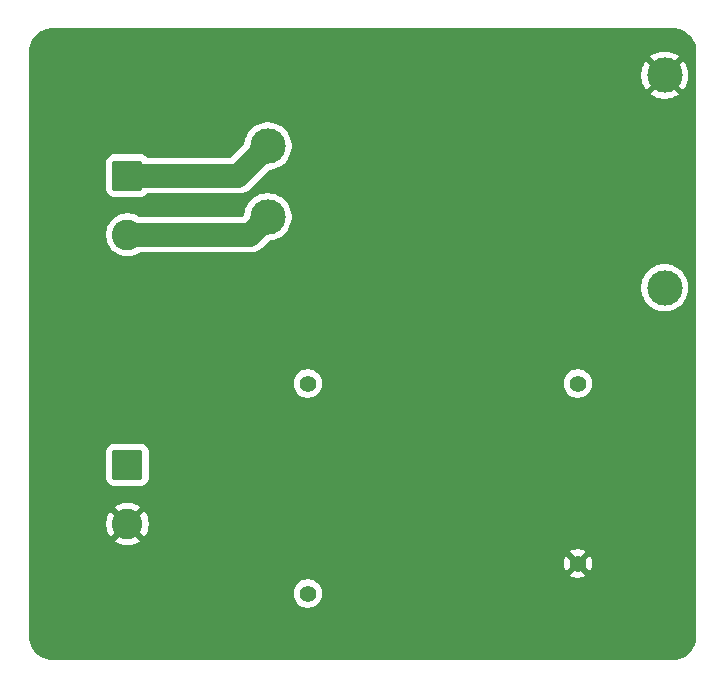
<source format=gbr>
%TF.GenerationSoftware,KiCad,Pcbnew,9.0.0*%
%TF.CreationDate,2025-03-24T13:57:02-05:00*%
%TF.ProjectId,DIIN-proyecto,4449494e-2d70-4726-9f79-6563746f2e6b,rev?*%
%TF.SameCoordinates,Original*%
%TF.FileFunction,Copper,L1,Top*%
%TF.FilePolarity,Positive*%
%FSLAX46Y46*%
G04 Gerber Fmt 4.6, Leading zero omitted, Abs format (unit mm)*
G04 Created by KiCad (PCBNEW 9.0.0) date 2025-03-24 13:57:02*
%MOMM*%
%LPD*%
G01*
G04 APERTURE LIST*
G04 Aperture macros list*
%AMRoundRect*
0 Rectangle with rounded corners*
0 $1 Rounding radius*
0 $2 $3 $4 $5 $6 $7 $8 $9 X,Y pos of 4 corners*
0 Add a 4 corners polygon primitive as box body*
4,1,4,$2,$3,$4,$5,$6,$7,$8,$9,$2,$3,0*
0 Add four circle primitives for the rounded corners*
1,1,$1+$1,$2,$3*
1,1,$1+$1,$4,$5*
1,1,$1+$1,$6,$7*
1,1,$1+$1,$8,$9*
0 Add four rect primitives between the rounded corners*
20,1,$1+$1,$2,$3,$4,$5,0*
20,1,$1+$1,$4,$5,$6,$7,0*
20,1,$1+$1,$6,$7,$8,$9,0*
20,1,$1+$1,$8,$9,$2,$3,0*%
G04 Aperture macros list end*
%TA.AperFunction,ComponentPad*%
%ADD10C,3.000000*%
%TD*%
%TA.AperFunction,ComponentPad*%
%ADD11C,1.400000*%
%TD*%
%TA.AperFunction,ComponentPad*%
%ADD12RoundRect,0.250000X-1.050000X1.050000X-1.050000X-1.050000X1.050000X-1.050000X1.050000X1.050000X0*%
%TD*%
%TA.AperFunction,ComponentPad*%
%ADD13C,2.600000*%
%TD*%
%TA.AperFunction,Conductor*%
%ADD14C,2.000000*%
%TD*%
G04 APERTURE END LIST*
D10*
%TO.P,U2,1,L*%
%TO.N,L*%
X117220000Y-59000000D03*
%TO.P,U2,2,N*%
%TO.N,N*%
X117220000Y-65000000D03*
%TO.P,U2,3,GND*%
%TO.N,GND*%
X150820000Y-53000000D03*
%TO.P,U2,4,+5v*%
%TO.N,COM*%
X150820000Y-71000000D03*
%TD*%
D11*
%TO.P,PS1,1,VAC_IN_(L)*%
%TO.N,N*%
X120590000Y-96890000D03*
%TO.P,PS1,2,-VOUT*%
%TO.N,GND*%
X143450000Y-94350000D03*
%TO.P,PS1,3,+VOUT*%
%TO.N,+3.3V*%
X143450000Y-79110000D03*
%TO.P,PS1,4,VAC_IN_(N)*%
%TO.N,L*%
X120590000Y-79110000D03*
%TD*%
D12*
%TO.P,J4,1,Pin_1*%
%TO.N,L*%
X105327500Y-61500000D03*
D13*
%TO.P,J4,2,Pin_2*%
%TO.N,N*%
X105327500Y-66500000D03*
%TD*%
D12*
%TO.P,J2,1,Pin_1*%
%TO.N,+12V*%
X105327500Y-86000000D03*
D13*
%TO.P,J2,2,Pin_2*%
%TO.N,GND*%
X105327500Y-91000000D03*
%TD*%
D14*
%TO.N,L*%
X114720000Y-61500000D02*
X117220000Y-59000000D01*
X105327500Y-61500000D02*
X114720000Y-61500000D01*
%TO.N,N*%
X115720000Y-66500000D02*
X117220000Y-65000000D01*
X105327500Y-66500000D02*
X115720000Y-66500000D01*
%TD*%
%TA.AperFunction,Conductor*%
%TO.N,GND*%
G36*
X151504043Y-49000765D02*
G01*
X151752895Y-49017075D01*
X151768953Y-49019190D01*
X151976105Y-49060395D01*
X152009535Y-49067045D01*
X152025202Y-49071243D01*
X152194947Y-49128863D01*
X152257481Y-49150091D01*
X152272458Y-49156294D01*
X152481799Y-49259529D01*
X152492460Y-49264787D01*
X152506508Y-49272897D01*
X152710464Y-49409177D01*
X152723328Y-49419048D01*
X152907749Y-49580781D01*
X152919218Y-49592250D01*
X153080951Y-49776671D01*
X153090825Y-49789539D01*
X153227102Y-49993492D01*
X153235212Y-50007539D01*
X153343702Y-50227534D01*
X153349909Y-50242520D01*
X153428756Y-50474797D01*
X153432954Y-50490464D01*
X153480807Y-50731035D01*
X153482925Y-50747116D01*
X153499235Y-50995956D01*
X153499500Y-51004066D01*
X153499500Y-100495933D01*
X153499235Y-100504043D01*
X153482925Y-100752883D01*
X153480807Y-100768964D01*
X153432954Y-101009535D01*
X153428756Y-101025202D01*
X153349909Y-101257479D01*
X153343702Y-101272465D01*
X153235212Y-101492460D01*
X153227102Y-101506507D01*
X153090825Y-101710460D01*
X153080951Y-101723328D01*
X152919218Y-101907749D01*
X152907749Y-101919218D01*
X152723328Y-102080951D01*
X152710460Y-102090825D01*
X152506507Y-102227102D01*
X152492460Y-102235212D01*
X152272465Y-102343702D01*
X152257479Y-102349909D01*
X152025202Y-102428756D01*
X152009535Y-102432954D01*
X151768964Y-102480807D01*
X151752883Y-102482925D01*
X151504043Y-102499235D01*
X151495933Y-102499500D01*
X99004067Y-102499500D01*
X98995957Y-102499235D01*
X98747116Y-102482925D01*
X98731035Y-102480807D01*
X98490464Y-102432954D01*
X98474797Y-102428756D01*
X98242520Y-102349909D01*
X98227534Y-102343702D01*
X98007539Y-102235212D01*
X97993492Y-102227102D01*
X97789539Y-102090825D01*
X97776671Y-102080951D01*
X97592250Y-101919218D01*
X97580781Y-101907749D01*
X97419048Y-101723328D01*
X97409174Y-101710460D01*
X97272897Y-101506507D01*
X97264787Y-101492460D01*
X97158855Y-101277652D01*
X97156294Y-101272458D01*
X97150090Y-101257479D01*
X97071243Y-101025202D01*
X97067045Y-101009535D01*
X97059186Y-100970026D01*
X97019190Y-100768953D01*
X97017075Y-100752895D01*
X97000765Y-100504043D01*
X97000500Y-100495933D01*
X97000500Y-96795513D01*
X119389500Y-96795513D01*
X119389500Y-96984486D01*
X119419059Y-97171118D01*
X119477454Y-97350836D01*
X119563240Y-97519199D01*
X119674310Y-97672073D01*
X119807927Y-97805690D01*
X119960801Y-97916760D01*
X120040347Y-97957290D01*
X120129163Y-98002545D01*
X120129165Y-98002545D01*
X120129168Y-98002547D01*
X120225497Y-98033846D01*
X120308881Y-98060940D01*
X120495514Y-98090500D01*
X120495519Y-98090500D01*
X120684486Y-98090500D01*
X120871118Y-98060940D01*
X121050832Y-98002547D01*
X121219199Y-97916760D01*
X121372073Y-97805690D01*
X121505690Y-97672073D01*
X121616760Y-97519199D01*
X121702547Y-97350832D01*
X121760940Y-97171118D01*
X121790500Y-96984486D01*
X121790500Y-96795513D01*
X121760940Y-96608881D01*
X121702545Y-96429163D01*
X121616759Y-96260800D01*
X121505690Y-96107927D01*
X121372073Y-95974310D01*
X121219199Y-95863240D01*
X121050836Y-95777454D01*
X120871118Y-95719059D01*
X120684486Y-95689500D01*
X120684481Y-95689500D01*
X120495519Y-95689500D01*
X120495514Y-95689500D01*
X120308881Y-95719059D01*
X120129163Y-95777454D01*
X119960800Y-95863240D01*
X119873579Y-95926610D01*
X119807927Y-95974310D01*
X119807925Y-95974312D01*
X119807924Y-95974312D01*
X119674312Y-96107924D01*
X119674312Y-96107925D01*
X119674310Y-96107927D01*
X119626610Y-96173579D01*
X119563240Y-96260800D01*
X119477454Y-96429163D01*
X119419059Y-96608881D01*
X119389500Y-96795513D01*
X97000500Y-96795513D01*
X97000500Y-94255552D01*
X142250000Y-94255552D01*
X142250000Y-94444447D01*
X142279548Y-94631002D01*
X142337914Y-94810637D01*
X142423666Y-94978933D01*
X142442116Y-95004328D01*
X143007861Y-94438584D01*
X143030667Y-94523694D01*
X143089910Y-94626306D01*
X143173694Y-94710090D01*
X143276306Y-94769333D01*
X143361415Y-94792138D01*
X142795669Y-95357882D01*
X142795670Y-95357883D01*
X142821059Y-95376329D01*
X142989362Y-95462085D01*
X143168997Y-95520451D01*
X143355553Y-95550000D01*
X143544447Y-95550000D01*
X143731002Y-95520451D01*
X143910637Y-95462085D01*
X144078937Y-95376331D01*
X144104328Y-95357883D01*
X144104328Y-95357882D01*
X143538584Y-94792138D01*
X143623694Y-94769333D01*
X143726306Y-94710090D01*
X143810090Y-94626306D01*
X143869333Y-94523694D01*
X143892138Y-94438584D01*
X144457882Y-95004328D01*
X144457883Y-95004328D01*
X144476331Y-94978937D01*
X144562085Y-94810637D01*
X144620451Y-94631002D01*
X144650000Y-94444447D01*
X144650000Y-94255552D01*
X144620451Y-94068997D01*
X144562085Y-93889362D01*
X144476329Y-93721059D01*
X144457883Y-93695670D01*
X144457882Y-93695669D01*
X143892137Y-94261414D01*
X143869333Y-94176306D01*
X143810090Y-94073694D01*
X143726306Y-93989910D01*
X143623694Y-93930667D01*
X143538584Y-93907861D01*
X144104328Y-93342116D01*
X144078933Y-93323666D01*
X143910637Y-93237914D01*
X143731002Y-93179548D01*
X143544447Y-93150000D01*
X143355553Y-93150000D01*
X143168997Y-93179548D01*
X142989362Y-93237914D01*
X142821060Y-93323669D01*
X142795670Y-93342116D01*
X142795669Y-93342116D01*
X143361415Y-93907861D01*
X143276306Y-93930667D01*
X143173694Y-93989910D01*
X143089910Y-94073694D01*
X143030667Y-94176306D01*
X143007861Y-94261414D01*
X142442116Y-93695669D01*
X142442116Y-93695670D01*
X142423669Y-93721060D01*
X142337914Y-93889362D01*
X142279548Y-94068997D01*
X142250000Y-94255552D01*
X97000500Y-94255552D01*
X97000500Y-90882014D01*
X103527500Y-90882014D01*
X103527500Y-91117985D01*
X103558299Y-91351914D01*
X103619370Y-91579837D01*
X103709660Y-91797819D01*
X103709665Y-91797828D01*
X103827644Y-92002171D01*
X103827645Y-92002172D01*
X103890221Y-92083723D01*
X104726458Y-91247487D01*
X104751478Y-91307890D01*
X104822612Y-91414351D01*
X104913149Y-91504888D01*
X105019610Y-91576022D01*
X105080011Y-91601041D01*
X104243775Y-92437277D01*
X104325327Y-92499854D01*
X104325328Y-92499855D01*
X104529671Y-92617834D01*
X104529680Y-92617839D01*
X104747663Y-92708129D01*
X104747661Y-92708129D01*
X104975585Y-92769200D01*
X105209514Y-92799999D01*
X105209529Y-92800000D01*
X105445471Y-92800000D01*
X105445485Y-92799999D01*
X105679414Y-92769200D01*
X105907337Y-92708129D01*
X106125319Y-92617839D01*
X106125328Y-92617834D01*
X106329681Y-92499850D01*
X106411223Y-92437279D01*
X106411223Y-92437276D01*
X105574987Y-91601041D01*
X105635390Y-91576022D01*
X105741851Y-91504888D01*
X105832388Y-91414351D01*
X105903522Y-91307890D01*
X105928541Y-91247488D01*
X106764776Y-92083723D01*
X106764779Y-92083723D01*
X106827350Y-92002181D01*
X106945334Y-91797828D01*
X106945339Y-91797819D01*
X107035629Y-91579837D01*
X107096700Y-91351914D01*
X107127499Y-91117985D01*
X107127500Y-91117971D01*
X107127500Y-90882028D01*
X107127499Y-90882014D01*
X107096700Y-90648085D01*
X107035629Y-90420162D01*
X106945339Y-90202180D01*
X106945334Y-90202171D01*
X106827355Y-89997828D01*
X106827354Y-89997827D01*
X106764777Y-89916275D01*
X105928541Y-90752511D01*
X105903522Y-90692110D01*
X105832388Y-90585649D01*
X105741851Y-90495112D01*
X105635390Y-90423978D01*
X105574988Y-90398958D01*
X106411223Y-89562721D01*
X106329672Y-89500145D01*
X106329671Y-89500144D01*
X106125328Y-89382165D01*
X106125319Y-89382160D01*
X105907336Y-89291870D01*
X105907338Y-89291870D01*
X105679414Y-89230799D01*
X105445485Y-89200000D01*
X105209514Y-89200000D01*
X104975585Y-89230799D01*
X104747662Y-89291870D01*
X104529680Y-89382160D01*
X104529671Y-89382165D01*
X104325328Y-89500144D01*
X104325318Y-89500150D01*
X104243775Y-89562720D01*
X104243775Y-89562721D01*
X105080012Y-90398958D01*
X105019610Y-90423978D01*
X104913149Y-90495112D01*
X104822612Y-90585649D01*
X104751478Y-90692110D01*
X104726458Y-90752511D01*
X103890221Y-89916275D01*
X103890220Y-89916275D01*
X103827650Y-89997818D01*
X103827644Y-89997828D01*
X103709665Y-90202171D01*
X103709660Y-90202180D01*
X103619370Y-90420162D01*
X103558299Y-90648085D01*
X103527500Y-90882014D01*
X97000500Y-90882014D01*
X97000500Y-84899983D01*
X103527000Y-84899983D01*
X103527000Y-87100001D01*
X103527001Y-87100018D01*
X103537500Y-87202796D01*
X103537501Y-87202799D01*
X103592685Y-87369331D01*
X103592686Y-87369334D01*
X103684788Y-87518656D01*
X103808844Y-87642712D01*
X103958166Y-87734814D01*
X104124703Y-87789999D01*
X104227491Y-87800500D01*
X106427508Y-87800499D01*
X106530297Y-87789999D01*
X106696834Y-87734814D01*
X106846156Y-87642712D01*
X106970212Y-87518656D01*
X107062314Y-87369334D01*
X107117499Y-87202797D01*
X107128000Y-87100009D01*
X107127999Y-84899992D01*
X107117499Y-84797203D01*
X107062314Y-84630666D01*
X106970212Y-84481344D01*
X106846156Y-84357288D01*
X106696834Y-84265186D01*
X106530297Y-84210001D01*
X106530295Y-84210000D01*
X106427510Y-84199500D01*
X104227498Y-84199500D01*
X104227481Y-84199501D01*
X104124703Y-84210000D01*
X104124700Y-84210001D01*
X103958168Y-84265185D01*
X103958163Y-84265187D01*
X103808842Y-84357289D01*
X103684789Y-84481342D01*
X103592687Y-84630663D01*
X103592686Y-84630666D01*
X103537501Y-84797203D01*
X103537501Y-84797204D01*
X103537500Y-84797204D01*
X103527000Y-84899983D01*
X97000500Y-84899983D01*
X97000500Y-79015513D01*
X119389500Y-79015513D01*
X119389500Y-79204486D01*
X119419059Y-79391118D01*
X119477454Y-79570836D01*
X119563240Y-79739199D01*
X119674310Y-79892073D01*
X119807927Y-80025690D01*
X119960801Y-80136760D01*
X120040347Y-80177290D01*
X120129163Y-80222545D01*
X120129165Y-80222545D01*
X120129168Y-80222547D01*
X120225497Y-80253846D01*
X120308881Y-80280940D01*
X120495514Y-80310500D01*
X120495519Y-80310500D01*
X120684486Y-80310500D01*
X120871118Y-80280940D01*
X121050832Y-80222547D01*
X121219199Y-80136760D01*
X121372073Y-80025690D01*
X121505690Y-79892073D01*
X121616760Y-79739199D01*
X121702547Y-79570832D01*
X121760940Y-79391118D01*
X121790500Y-79204486D01*
X121790500Y-79015513D01*
X142249500Y-79015513D01*
X142249500Y-79204486D01*
X142279059Y-79391118D01*
X142337454Y-79570836D01*
X142423240Y-79739199D01*
X142534310Y-79892073D01*
X142667927Y-80025690D01*
X142820801Y-80136760D01*
X142900347Y-80177290D01*
X142989163Y-80222545D01*
X142989165Y-80222545D01*
X142989168Y-80222547D01*
X143085497Y-80253846D01*
X143168881Y-80280940D01*
X143355514Y-80310500D01*
X143355519Y-80310500D01*
X143544486Y-80310500D01*
X143731118Y-80280940D01*
X143910832Y-80222547D01*
X144079199Y-80136760D01*
X144232073Y-80025690D01*
X144365690Y-79892073D01*
X144476760Y-79739199D01*
X144562547Y-79570832D01*
X144620940Y-79391118D01*
X144650500Y-79204486D01*
X144650500Y-79015513D01*
X144620940Y-78828881D01*
X144562545Y-78649163D01*
X144476759Y-78480800D01*
X144365690Y-78327927D01*
X144232073Y-78194310D01*
X144079199Y-78083240D01*
X143910836Y-77997454D01*
X143731118Y-77939059D01*
X143544486Y-77909500D01*
X143544481Y-77909500D01*
X143355519Y-77909500D01*
X143355514Y-77909500D01*
X143168881Y-77939059D01*
X142989163Y-77997454D01*
X142820800Y-78083240D01*
X142733579Y-78146610D01*
X142667927Y-78194310D01*
X142667925Y-78194312D01*
X142667924Y-78194312D01*
X142534312Y-78327924D01*
X142534312Y-78327925D01*
X142534310Y-78327927D01*
X142486610Y-78393579D01*
X142423240Y-78480800D01*
X142337454Y-78649163D01*
X142279059Y-78828881D01*
X142249500Y-79015513D01*
X121790500Y-79015513D01*
X121760940Y-78828881D01*
X121702545Y-78649163D01*
X121616759Y-78480800D01*
X121505690Y-78327927D01*
X121372073Y-78194310D01*
X121219199Y-78083240D01*
X121050836Y-77997454D01*
X120871118Y-77939059D01*
X120684486Y-77909500D01*
X120684481Y-77909500D01*
X120495519Y-77909500D01*
X120495514Y-77909500D01*
X120308881Y-77939059D01*
X120129163Y-77997454D01*
X119960800Y-78083240D01*
X119873579Y-78146610D01*
X119807927Y-78194310D01*
X119807925Y-78194312D01*
X119807924Y-78194312D01*
X119674312Y-78327924D01*
X119674312Y-78327925D01*
X119674310Y-78327927D01*
X119626610Y-78393579D01*
X119563240Y-78480800D01*
X119477454Y-78649163D01*
X119419059Y-78828881D01*
X119389500Y-79015513D01*
X97000500Y-79015513D01*
X97000500Y-70868872D01*
X148819500Y-70868872D01*
X148819500Y-71131127D01*
X148846123Y-71333339D01*
X148853730Y-71391116D01*
X148921602Y-71644418D01*
X148921605Y-71644428D01*
X149021953Y-71886690D01*
X149021958Y-71886700D01*
X149153075Y-72113803D01*
X149312718Y-72321851D01*
X149312726Y-72321860D01*
X149498140Y-72507274D01*
X149498148Y-72507281D01*
X149706196Y-72666924D01*
X149933299Y-72798041D01*
X149933309Y-72798046D01*
X150175571Y-72898394D01*
X150175581Y-72898398D01*
X150428884Y-72966270D01*
X150688880Y-73000500D01*
X150688887Y-73000500D01*
X150951113Y-73000500D01*
X150951120Y-73000500D01*
X151211116Y-72966270D01*
X151464419Y-72898398D01*
X151706697Y-72798043D01*
X151933803Y-72666924D01*
X152141851Y-72507282D01*
X152141855Y-72507277D01*
X152141860Y-72507274D01*
X152327274Y-72321860D01*
X152327277Y-72321855D01*
X152327282Y-72321851D01*
X152486924Y-72113803D01*
X152618043Y-71886697D01*
X152718398Y-71644419D01*
X152786270Y-71391116D01*
X152820500Y-71131120D01*
X152820500Y-70868880D01*
X152786270Y-70608884D01*
X152718398Y-70355581D01*
X152718394Y-70355571D01*
X152618046Y-70113309D01*
X152618041Y-70113299D01*
X152486924Y-69886196D01*
X152327281Y-69678148D01*
X152327274Y-69678140D01*
X152141860Y-69492726D01*
X152141851Y-69492718D01*
X151933803Y-69333075D01*
X151706700Y-69201958D01*
X151706690Y-69201953D01*
X151464428Y-69101605D01*
X151464421Y-69101603D01*
X151464419Y-69101602D01*
X151211116Y-69033730D01*
X151153339Y-69026123D01*
X150951127Y-68999500D01*
X150951120Y-68999500D01*
X150688880Y-68999500D01*
X150688872Y-68999500D01*
X150457772Y-69029926D01*
X150428884Y-69033730D01*
X150175581Y-69101602D01*
X150175571Y-69101605D01*
X149933309Y-69201953D01*
X149933299Y-69201958D01*
X149706196Y-69333075D01*
X149498148Y-69492718D01*
X149312718Y-69678148D01*
X149153075Y-69886196D01*
X149021958Y-70113299D01*
X149021953Y-70113309D01*
X148921605Y-70355571D01*
X148921602Y-70355581D01*
X148853730Y-70608885D01*
X148819500Y-70868872D01*
X97000500Y-70868872D01*
X97000500Y-66381995D01*
X103527000Y-66381995D01*
X103527000Y-66618004D01*
X103527001Y-66618020D01*
X103557806Y-66852010D01*
X103618894Y-67079993D01*
X103709214Y-67298045D01*
X103709219Y-67298056D01*
X103780177Y-67420957D01*
X103827227Y-67502450D01*
X103827229Y-67502453D01*
X103827230Y-67502454D01*
X103970906Y-67689697D01*
X103970912Y-67689704D01*
X104137795Y-67856587D01*
X104137801Y-67856592D01*
X104325050Y-68000273D01*
X104456418Y-68076118D01*
X104529443Y-68118280D01*
X104529448Y-68118282D01*
X104529451Y-68118284D01*
X104747507Y-68208606D01*
X104975486Y-68269693D01*
X105209489Y-68300500D01*
X105209496Y-68300500D01*
X105445504Y-68300500D01*
X105445511Y-68300500D01*
X105679514Y-68269693D01*
X105907493Y-68208606D01*
X106125549Y-68118284D01*
X106125556Y-68118280D01*
X106300783Y-68017113D01*
X106362783Y-68000500D01*
X115838097Y-68000500D01*
X116071368Y-67963553D01*
X116295992Y-67890568D01*
X116506434Y-67783343D01*
X116697510Y-67644517D01*
X117310310Y-67031716D01*
X117371631Y-66998233D01*
X117381793Y-66996461D01*
X117611116Y-66966270D01*
X117864419Y-66898398D01*
X118106697Y-66798043D01*
X118333803Y-66666924D01*
X118541851Y-66507282D01*
X118541855Y-66507277D01*
X118541860Y-66507274D01*
X118727274Y-66321860D01*
X118727277Y-66321855D01*
X118727282Y-66321851D01*
X118886924Y-66113803D01*
X119018043Y-65886697D01*
X119118398Y-65644419D01*
X119186270Y-65391116D01*
X119220500Y-65131120D01*
X119220500Y-64868880D01*
X119186270Y-64608884D01*
X119118398Y-64355581D01*
X119118394Y-64355571D01*
X119018046Y-64113309D01*
X119018041Y-64113299D01*
X118886924Y-63886196D01*
X118727281Y-63678148D01*
X118727274Y-63678140D01*
X118541860Y-63492726D01*
X118541851Y-63492718D01*
X118333803Y-63333075D01*
X118106700Y-63201958D01*
X118106690Y-63201953D01*
X117864428Y-63101605D01*
X117864421Y-63101603D01*
X117864419Y-63101602D01*
X117611116Y-63033730D01*
X117553339Y-63026123D01*
X117351127Y-62999500D01*
X117351120Y-62999500D01*
X117088880Y-62999500D01*
X117088872Y-62999500D01*
X116857772Y-63029926D01*
X116828884Y-63033730D01*
X116575581Y-63101602D01*
X116575571Y-63101605D01*
X116333309Y-63201953D01*
X116333299Y-63201958D01*
X116106196Y-63333075D01*
X115898148Y-63492718D01*
X115712718Y-63678148D01*
X115553075Y-63886196D01*
X115421958Y-64113299D01*
X115421953Y-64113309D01*
X115321605Y-64355571D01*
X115321602Y-64355581D01*
X115253730Y-64608885D01*
X115223539Y-64838196D01*
X115214291Y-64859099D01*
X115209433Y-64881436D01*
X115197154Y-64897838D01*
X115195272Y-64902093D01*
X115188282Y-64909690D01*
X115134793Y-64963180D01*
X115073470Y-64996666D01*
X115047111Y-64999500D01*
X106362783Y-64999500D01*
X106300783Y-64982887D01*
X106125556Y-64881719D01*
X106125545Y-64881714D01*
X105907493Y-64791394D01*
X105679510Y-64730306D01*
X105445520Y-64699501D01*
X105445517Y-64699500D01*
X105445511Y-64699500D01*
X105209489Y-64699500D01*
X105209483Y-64699500D01*
X105209479Y-64699501D01*
X104975489Y-64730306D01*
X104747506Y-64791394D01*
X104529454Y-64881714D01*
X104529443Y-64881719D01*
X104325045Y-64999730D01*
X104137802Y-65143406D01*
X104137795Y-65143412D01*
X103970912Y-65310295D01*
X103970906Y-65310302D01*
X103827230Y-65497545D01*
X103709219Y-65701943D01*
X103709214Y-65701954D01*
X103618894Y-65920006D01*
X103557806Y-66147989D01*
X103527001Y-66381979D01*
X103527000Y-66381995D01*
X97000500Y-66381995D01*
X97000500Y-60399983D01*
X103527000Y-60399983D01*
X103527000Y-62600001D01*
X103527001Y-62600018D01*
X103537500Y-62702796D01*
X103537501Y-62702799D01*
X103564191Y-62783342D01*
X103592686Y-62869334D01*
X103684788Y-63018656D01*
X103808844Y-63142712D01*
X103958166Y-63234814D01*
X104124703Y-63289999D01*
X104227491Y-63300500D01*
X106427508Y-63300499D01*
X106530297Y-63289999D01*
X106696834Y-63234814D01*
X106846156Y-63142712D01*
X106952050Y-63036818D01*
X107013373Y-63003334D01*
X107039731Y-63000500D01*
X114838097Y-63000500D01*
X115071368Y-62963553D01*
X115295992Y-62890568D01*
X115506434Y-62783343D01*
X115697510Y-62644517D01*
X117310310Y-61031716D01*
X117371631Y-60998233D01*
X117381793Y-60996461D01*
X117611116Y-60966270D01*
X117864419Y-60898398D01*
X118106697Y-60798043D01*
X118333803Y-60666924D01*
X118541851Y-60507282D01*
X118541855Y-60507277D01*
X118541860Y-60507274D01*
X118727274Y-60321860D01*
X118727277Y-60321855D01*
X118727282Y-60321851D01*
X118886924Y-60113803D01*
X119018043Y-59886697D01*
X119118398Y-59644419D01*
X119186270Y-59391116D01*
X119220500Y-59131120D01*
X119220500Y-58868880D01*
X119186270Y-58608884D01*
X119118398Y-58355581D01*
X119118394Y-58355571D01*
X119018046Y-58113309D01*
X119018041Y-58113299D01*
X118886924Y-57886196D01*
X118727281Y-57678148D01*
X118727274Y-57678140D01*
X118541860Y-57492726D01*
X118541851Y-57492718D01*
X118333803Y-57333075D01*
X118106700Y-57201958D01*
X118106690Y-57201953D01*
X117864428Y-57101605D01*
X117864421Y-57101603D01*
X117864419Y-57101602D01*
X117611116Y-57033730D01*
X117553339Y-57026123D01*
X117351127Y-56999500D01*
X117351120Y-56999500D01*
X117088880Y-56999500D01*
X117088872Y-56999500D01*
X116857772Y-57029926D01*
X116828884Y-57033730D01*
X116575581Y-57101602D01*
X116575571Y-57101605D01*
X116333309Y-57201953D01*
X116333299Y-57201958D01*
X116106196Y-57333075D01*
X115898148Y-57492718D01*
X115712718Y-57678148D01*
X115553075Y-57886196D01*
X115421958Y-58113299D01*
X115421953Y-58113309D01*
X115321605Y-58355571D01*
X115321602Y-58355581D01*
X115253730Y-58608885D01*
X115223539Y-58838196D01*
X115195272Y-58902093D01*
X115188281Y-58909691D01*
X114134792Y-59963181D01*
X114073469Y-59996666D01*
X114047111Y-59999500D01*
X107039731Y-59999500D01*
X106972692Y-59979815D01*
X106952050Y-59963182D01*
X106952049Y-59963181D01*
X106846156Y-59857288D01*
X106696834Y-59765186D01*
X106530297Y-59710001D01*
X106530295Y-59710000D01*
X106427510Y-59699500D01*
X104227498Y-59699500D01*
X104227481Y-59699501D01*
X104124703Y-59710000D01*
X104124700Y-59710001D01*
X103958168Y-59765185D01*
X103958163Y-59765187D01*
X103808842Y-59857289D01*
X103684789Y-59981342D01*
X103592687Y-60130663D01*
X103592686Y-60130666D01*
X103537501Y-60297203D01*
X103537501Y-60297204D01*
X103537500Y-60297204D01*
X103527000Y-60399983D01*
X97000500Y-60399983D01*
X97000500Y-52868905D01*
X148820000Y-52868905D01*
X148820000Y-53131094D01*
X148854220Y-53391009D01*
X148854222Y-53391020D01*
X148922075Y-53644255D01*
X149022404Y-53886471D01*
X149022409Y-53886482D01*
X149153488Y-54113516D01*
X149153494Y-54113524D01*
X149240080Y-54226365D01*
X150255387Y-53211058D01*
X150260889Y-53231591D01*
X150339881Y-53368408D01*
X150451592Y-53480119D01*
X150588409Y-53559111D01*
X150608940Y-53564612D01*
X149593633Y-54579917D01*
X149593633Y-54579918D01*
X149706475Y-54666505D01*
X149706483Y-54666511D01*
X149933517Y-54797590D01*
X149933528Y-54797595D01*
X150175744Y-54897924D01*
X150428979Y-54965777D01*
X150428990Y-54965779D01*
X150688905Y-54999999D01*
X150688920Y-55000000D01*
X150951080Y-55000000D01*
X150951094Y-54999999D01*
X151211009Y-54965779D01*
X151211020Y-54965777D01*
X151464255Y-54897924D01*
X151706471Y-54797595D01*
X151706482Y-54797590D01*
X151933516Y-54666511D01*
X151933534Y-54666499D01*
X152046365Y-54579919D01*
X152046365Y-54579917D01*
X151031059Y-53564612D01*
X151051591Y-53559111D01*
X151188408Y-53480119D01*
X151300119Y-53368408D01*
X151379111Y-53231591D01*
X151384612Y-53211060D01*
X152399917Y-54226365D01*
X152399919Y-54226365D01*
X152486499Y-54113534D01*
X152486511Y-54113516D01*
X152617590Y-53886482D01*
X152617595Y-53886471D01*
X152717924Y-53644255D01*
X152785777Y-53391020D01*
X152785779Y-53391009D01*
X152819999Y-53131094D01*
X152820000Y-53131080D01*
X152820000Y-52868919D01*
X152819999Y-52868905D01*
X152785779Y-52608990D01*
X152785777Y-52608979D01*
X152717924Y-52355744D01*
X152617595Y-52113528D01*
X152617590Y-52113517D01*
X152486511Y-51886483D01*
X152486505Y-51886475D01*
X152399918Y-51773633D01*
X152399917Y-51773633D01*
X151384612Y-52788939D01*
X151379111Y-52768409D01*
X151300119Y-52631592D01*
X151188408Y-52519881D01*
X151051591Y-52440889D01*
X151031057Y-52435387D01*
X152046365Y-51420080D01*
X151933524Y-51333494D01*
X151933516Y-51333488D01*
X151706482Y-51202409D01*
X151706471Y-51202404D01*
X151464255Y-51102075D01*
X151211020Y-51034222D01*
X151211009Y-51034220D01*
X150951094Y-51000000D01*
X150688905Y-51000000D01*
X150428990Y-51034220D01*
X150428979Y-51034222D01*
X150175744Y-51102075D01*
X149933528Y-51202404D01*
X149933517Y-51202409D01*
X149706471Y-51333496D01*
X149593633Y-51420079D01*
X149593633Y-51420080D01*
X150608940Y-52435387D01*
X150588409Y-52440889D01*
X150451592Y-52519881D01*
X150339881Y-52631592D01*
X150260889Y-52768409D01*
X150255387Y-52788940D01*
X149240080Y-51773633D01*
X149240079Y-51773633D01*
X149153496Y-51886471D01*
X149022409Y-52113517D01*
X149022404Y-52113528D01*
X148922075Y-52355744D01*
X148854222Y-52608979D01*
X148854220Y-52608990D01*
X148820000Y-52868905D01*
X97000500Y-52868905D01*
X97000500Y-51004066D01*
X97000765Y-50995956D01*
X97004819Y-50934108D01*
X97017075Y-50747102D01*
X97019190Y-50731048D01*
X97067045Y-50490462D01*
X97071243Y-50474797D01*
X97094337Y-50406762D01*
X97150093Y-50242512D01*
X97156291Y-50227547D01*
X97264790Y-50007533D01*
X97272893Y-49993498D01*
X97409182Y-49789527D01*
X97419039Y-49776681D01*
X97580786Y-49592244D01*
X97592244Y-49580786D01*
X97776681Y-49419039D01*
X97789527Y-49409182D01*
X97993498Y-49272893D01*
X98007533Y-49264790D01*
X98227547Y-49156291D01*
X98242512Y-49150093D01*
X98406762Y-49094337D01*
X98474797Y-49071243D01*
X98490464Y-49067045D01*
X98731048Y-49019190D01*
X98747102Y-49017075D01*
X98995957Y-49000765D01*
X99004067Y-49000500D01*
X99065892Y-49000500D01*
X151434108Y-49000500D01*
X151495933Y-49000500D01*
X151504043Y-49000765D01*
G37*
%TD.AperFunction*%
%TD*%
M02*

</source>
